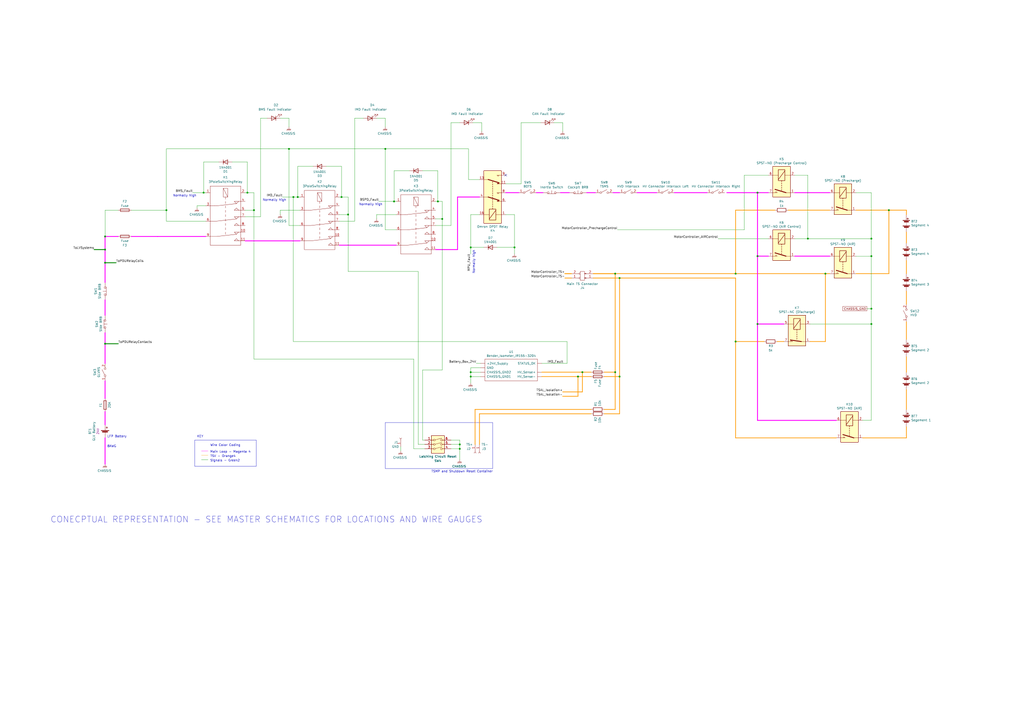
<source format=kicad_sch>
(kicad_sch (version 20230121) (generator eeschema)
  (paper "A2")
  (lib_symbols
    (symbol "Connector:Conn_01x01_Female" (pin_names (offset 1.016) hide)
      (property "Reference" "J" (at 0 2.54 0))
      (property "Value" "Conn_01x01_Female" (at 0 -2.54 0))
      (symbol "Conn_01x01_Female_1_1"
        (polyline (pts (xy -1.27 0) (xy -0.508 0)) (stroke (width 0.1524)))
        (arc (start 0 0.508) (mid -0.5058 0) (end 0 -0.508) (stroke (width 0.1524)))
        (pin passive line (at -5.08 0 0) (length 3.81) (name "Pin_1") (number "1"))
      )
    )
    (symbol "Device:Battery" (pin_numbers hide) (pin_names (offset 0) hide)
      (property "Reference" "BT" (at 2.54 2.54 0))
      (property "Value" "Battery" (at 2.54 0 0))
      (symbol "Battery_0_1"
        (rectangle (start -2.032 -1.397) (end 2.032 -1.651) (fill (type outline)))
        (rectangle (start -2.032 1.778) (end 2.032 1.524) (fill (type outline)))
        (rectangle (start -1.3208 -1.9812) (end 1.27 -2.4892) (fill (type outline)))
        (rectangle (start -1.3208 1.1938) (end 1.27 0.6858) (fill (type outline)))
        (polyline (pts (xy 0 -1.524) (xy 0 -1.27)))
        (polyline (pts (xy 0 -1.016) (xy 0 -0.762)))
        (polyline (pts (xy 0 -0.508) (xy 0 -0.254)))
        (polyline (pts (xy 0 0) (xy 0 0.254)))
        (polyline (pts (xy 0 0.508) (xy 0 0.762)))
        (polyline (pts (xy 0 1.778) (xy 0 2.54)))
        (polyline (pts (xy 0.254 2.667) (xy 1.27 2.667)) (stroke (width 0.254)))
        (polyline (pts (xy 0.762 3.175) (xy 0.762 2.159)) (stroke (width 0.254)))
      )
      (symbol "Battery_1_1"
        (pin passive line (at 0 5.08 270) (length 2.54) (name "+") (number "1"))
        (pin passive line (at 0 -5.08 90) (length 2.54) (name "-") (number "2"))
      )
    )
    (symbol "Device:Battery_Cell" (pin_numbers hide) (pin_names (offset 0) hide)
      (property "Reference" "BT" (at 2.54 2.54 0))
      (property "Value" "Battery_Cell" (at 2.54 0 0))
      (symbol "Battery_Cell_0_1"
        (rectangle (start -2.286 1.778) (end 2.286 1.524) (fill (type outline)))
        (rectangle (start -1.5748 1.1938) (end 1.4732 0.6858) (fill (type outline)))
        (polyline (pts (xy 0 0.762) (xy 0 0)))
        (polyline (pts (xy 0 1.778) (xy 0 2.54)))
        (polyline (pts (xy 0.508 3.429) (xy 1.524 3.429)) (stroke (width 0.254)))
        (polyline (pts (xy 1.016 3.937) (xy 1.016 2.921)) (stroke (width 0.254)))
      )
      (symbol "Battery_Cell_1_1"
        (pin passive line (at 0 5.08 270) (length 2.54) (name "+") (number "1"))
        (pin passive line (at 0 -2.54 90) (length 2.54) (name "-") (number "2"))
      )
    )
    (symbol "Device:Fuse" (pin_numbers hide) (pin_names (offset 0))
      (property "Reference" "F" (at 2.032 0 90))
      (property "Value" "Fuse" (at -1.905 0 90))
      (symbol "Fuse_0_1"
        (rectangle (start -0.762 -2.54) (end 0.762 2.54) (stroke (width 0.254)))
        (polyline (pts (xy 0 2.54) (xy 0 -2.54)))
      )
      (symbol "Fuse_1_1"
        (pin passive line (at 0 3.81 270) (length 1.27) (name "~") (number "1"))
        (pin passive line (at 0 -3.81 90) (length 1.27) (name "~") (number "2"))
      )
    )
    (symbol "Device:LED" (pin_numbers hide) (pin_names (offset 1.016) hide)
      (property "Reference" "D" (at 0 2.54 0))
      (property "Value" "LED" (at 0 -2.54 0))
      (symbol "LED_0_1"
        (polyline (pts (xy -1.27 -1.27) (xy -1.27 1.27)) (stroke (width 0.254)))
        (polyline (pts (xy -1.27 0) (xy 1.27 0)))
        (polyline (pts (xy 1.27 -1.27) (xy 1.27 1.27) (xy -1.27 0) (xy 1.27 -1.27)) (stroke (width 0.254)))
        (polyline (pts (xy -3.048 -0.762) (xy -4.572 -2.286) (xy -3.81 -2.286) (xy -4.572 -2.286) (xy -4.572 -1.524)))
        (polyline (pts (xy -1.778 -0.762) (xy -3.302 -2.286) (xy -2.54 -2.286) (xy -3.302 -2.286) (xy -3.302 -1.524)))
      )
      (symbol "LED_1_1"
        (pin passive line (at -3.81 0 0) (length 2.54) (name "K") (number "1"))
        (pin passive line (at 3.81 0 180) (length 2.54) (name "A") (number "2"))
      )
    )
    (symbol "Device:R" (pin_numbers hide) (pin_names (offset 0))
      (property "Reference" "R" (at 2.032 0 90))
      (property "Value" "R" (at 0 0 90))
      (symbol "R_0_1"
        (rectangle (start -1.016 -2.54) (end 1.016 2.54) (stroke (width 0.254)))
      )
      (symbol "R_1_1"
        (pin passive line (at 0 3.81 270) (length 1.27) (name "~") (number "1"))
        (pin passive line (at 0 -3.81 90) (length 1.27) (name "~") (number "2"))
      )
    )
    (symbol "Diode:1N4001" (pin_numbers hide) (pin_names (offset 1.016) hide)
      (property "Reference" "D" (at 0 2.54 0))
      (property "Value" "1N4001" (at 0 -2.54 0))
      (symbol "1N4001_0_1"
        (polyline (pts (xy -1.27 1.27) (xy -1.27 -1.27)) (stroke (width 0.254)))
        (polyline (pts (xy 1.27 0) (xy -1.27 0)))
        (polyline (pts (xy 1.27 1.27) (xy 1.27 -1.27) (xy -1.27 0) (xy 1.27 1.27)) (stroke (width 0.254)))
      )
      (symbol "1N4001_1_1"
        (pin passive line (at -3.81 0 0) (length 2.54) (name "K") (number "1"))
        (pin passive line (at 3.81 0 180) (length 2.54) (name "A") (number "2"))
      )
    )
    (symbol "NER:2-Pos_Generic" (pin_names (offset 1.016))
      (property "Reference" "J" (at 0 0 0))
      (property "Value" "2-Pos_Generic" (at 0 0 0))
      (symbol "2-Pos_Generic_0_1"
        (rectangle (start -1.27 -1.27) (end 1.27 -6.35))
      )
      (symbol "2-Pos_Generic_1_1"
        (arc (start -1.27 -4.572) (mid -1.7758 -5.08) (end -1.27 -5.588) (stroke (width 0.1524)))
        (arc (start -1.27 -2.032) (mid -1.7758 -2.54) (end -1.27 -3.048) (stroke (width 0.1524)))
        (polyline (pts (xy -2.54 -5.08) (xy -1.778 -5.08)) (stroke (width 0.1524)))
        (polyline (pts (xy -2.54 -2.54) (xy -1.778 -2.54)) (stroke (width 0.1524)))
        (polyline (pts (xy 2.54 -5.08) (xy 2.1336 -5.08)) (stroke (width 0.1524)))
        (polyline (pts (xy 2.54 -2.54) (xy 2.1336 -2.54)) (stroke (width 0.1524)))
        (rectangle (start 2.1336 -4.953) (end 1.27 -5.207) (stroke (width 0.1524)) (fill (type outline)))
        (rectangle (start 2.1336 -2.413) (end 1.27 -2.667) (stroke (width 0.1524)) (fill (type outline)))
        (pin passive line (at -6.35 -2.54 0) (length 3.81) (name "~") (number "1"))
        (pin passive line (at 6.35 -2.54 180) (length 3.81) (name "~") (number "1"))
        (pin passive line (at -6.35 -5.08 0) (length 3.81) (name "~") (number "2"))
        (pin passive line (at 6.35 -5.08 180) (length 3.81) (name "~") (number "2"))
      )
    )
    (symbol "NER:3PoleSwitchingRelay" (pin_names (offset 1.016))
      (property "Reference" "K" (at 0 0 0))
      (property "Value" "3PoleSwitchingRelay" (at 0 0 0))
      (symbol "3PoleSwitchingRelay_0_1"
        (rectangle (start -8.89 -1.27) (end 8.89 -35.56))
        (rectangle (start -1.27 -2.54) (end 1.27 -7.62))
        (polyline (pts (xy -8.89 -12.7) (xy -6.35 -12.7)))
        (polyline (pts (xy -6.35 -12.7) (xy -5.08 -12.7)))
        (polyline (pts (xy -5.08 -12.7) (xy 6.35 -11.43)))
        (polyline (pts (xy -1.27 -2.54) (xy 1.27 -7.62)))
        (polyline (pts (xy 0 -27.94) (xy 0 -29.21)))
        (polyline (pts (xy 0 -25.4) (xy 0 -26.67)))
        (polyline (pts (xy 0 -22.86) (xy 0 -24.13)))
        (polyline (pts (xy 0 -20.32) (xy 0 -21.59)))
        (polyline (pts (xy 0 -17.78) (xy 0 -19.05)))
        (polyline (pts (xy 0 -15.24) (xy 0 -16.51)))
        (polyline (pts (xy 0 -12.7) (xy 0 -13.97)))
        (polyline (pts (xy 0 -10.16) (xy 0 -11.43)))
        (polyline (pts (xy 0 -7.62) (xy 0 -8.89)))
        (polyline (pts (xy 6.35 -15.24) (xy 5.08 -15.24)))
        (polyline (pts (xy 6.35 -10.16) (xy 5.08 -10.16)))
        (polyline (pts (xy 8.89 -15.24) (xy 6.35 -15.24)))
        (polyline (pts (xy 8.89 -10.16) (xy 6.35 -10.16)))
        (polyline (pts (xy -8.89 -30.48) (xy -5.08 -30.48) (xy 6.35 -29.21)))
        (polyline (pts (xy -8.89 -21.59) (xy -5.08 -21.59) (xy 6.35 -20.32)))
        (polyline (pts (xy 5.08 -15.24) (xy 6.35 -13.97) (xy 7.62 -15.24)))
        (polyline (pts (xy 5.08 -10.16) (xy 6.35 -11.43) (xy 7.62 -10.16)))
        (polyline (pts (xy 8.89 -33.02) (xy 5.08 -33.02) (xy 6.35 -31.75) (xy 7.62 -33.02)))
        (polyline (pts (xy 8.89 -27.94) (xy 5.08 -27.94) (xy 6.35 -29.21) (xy 7.62 -27.94)))
        (polyline (pts (xy 8.89 -24.13) (xy 5.08 -24.13) (xy 6.35 -22.86) (xy 7.62 -24.13)))
        (polyline (pts (xy 8.89 -19.05) (xy 5.08 -19.05) (xy 6.35 -20.32) (xy 7.62 -19.05)))
      )
      (symbol "3PoleSwitchingRelay_1_1"
        (pin passive line (at -11.43 -5.08 0) (length 2.54) (name "~") (number "1"))
        (pin passive line (at 11.43 -27.94 180) (length 2.54) (name "~") (number "10"))
        (pin passive line (at 11.43 -33.02 180) (length 2.54) (name "~") (number "11"))
        (pin passive line (at 11.43 -5.08 180) (length 2.54) (name "~") (number "2"))
        (pin passive line (at -11.43 -12.7 0) (length 2.54) (name "~") (number "3"))
        (pin passive line (at 11.43 -10.16 180) (length 2.54) (name "~") (number "4"))
        (pin passive line (at 11.43 -15.24 180) (length 2.54) (name "~") (number "5"))
        (pin passive line (at -11.43 -21.59 0) (length 2.54) (name "~") (number "6"))
        (pin passive line (at 11.43 -19.05 180) (length 2.54) (name "~") (number "7"))
        (pin passive line (at 11.43 -24.13 180) (length 2.54) (name "~") (number "8"))
        (pin passive line (at -11.43 -30.48 0) (length 2.54) (name "~") (number "9"))
      )
    )
    (symbol "NER:Bender_Isometer_IR155-3204" (pin_names (offset 1.016))
      (property "Reference" "U1" (at 0 2.921 0))
      (property "Value" "Bender_Isometer_IR155-3204" (at 0 0.6096 0))
      (symbol "Bender_Isometer_IR155-3204_0_1"
        (rectangle (start 15.24 -13.97) (end -15.24 -1.27))
      )
      (symbol "Bender_Isometer_IR155-3204_1_1"
        (pin input line (at 17.78 -3.81 180) (length 2.54) (name "+24V_Supply") (number "~"))
        (pin input line (at 17.78 -11.43 180) (length 2.54) (name "CHASSIS_GND1") (number "~"))
        (pin input line (at 17.78 -8.89 180) (length 2.54) (name "CHASSIS_GND2") (number "~"))
        (pin input line (at 17.78 -6.35 180) (length 2.54) (name "GND") (number "~"))
        (pin input line (at -17.78 -8.89 0) (length 2.54) (name "HV_Sense+") (number "~"))
        (pin input line (at -17.78 -11.43 0) (length 2.54) (name "HV_Sense-") (number "~"))
        (pin output line (at -17.78 -3.81 0) (length 2.54) (name "STATUS_OK") (number "~"))
      )
    )
    (symbol "NER:CHASSIS"
      (property "Value" "CHASSIS" (at -0.254 -3.81 0))
      (symbol "CHASSIS_0_1"
        (polyline (pts (xy -1.016 -1.27) (xy -1.27 -2.032)) (stroke (width 0.1524)))
        (polyline (pts (xy -0.508 -1.27) (xy -0.762 -2.032)) (stroke (width 0.1524)))
        (polyline (pts (xy 0 -1.27) (xy -0.254 -2.032)) (stroke (width 0.1524)))
        (polyline (pts (xy 0.508 -1.27) (xy 0.254 -2.032)) (stroke (width 0.1524)))
        (polyline (pts (xy 0 0) (xy 0 -1.27) (xy -1.016 -1.27) (xy 1.016 -1.27) (xy 0.762 -2.032)) (stroke (width 0.1524)))
      )
      (symbol "CHASSIS_1_1"
        (pin input line (at 0 0 90) (length 2.54) hide (name "-") (number ""))
      )
    )
    (symbol "Relay:DIPxx-1Axx-11x"
      (property "Reference" "K" (at 8.89 3.81 0))
      (property "Value" "DIPxx-1Axx-11x" (at 8.89 1.27 0))
      (symbol "DIPxx-1Axx-11x_0_0"
        (polyline (pts (xy 5.08 5.08) (xy 5.08 2.54) (xy 4.445 3.175) (xy 5.08 3.81)))
      )
      (symbol "DIPxx-1Axx-11x_0_1"
        (rectangle (start -10.16 5.08) (end 7.62 -5.08) (stroke (width 0.254)) (fill (type background)))
        (rectangle (start -8.255 1.905) (end -1.905 -1.905) (stroke (width 0.254)))
        (polyline (pts (xy -7.62 -1.905) (xy -2.54 1.905)) (stroke (width 0.254)))
        (polyline (pts (xy -5.08 -5.08) (xy -5.08 -1.905)))
        (polyline (pts (xy -5.08 5.08) (xy -5.08 1.905)))
        (polyline (pts (xy -1.905 0) (xy -1.27 0)) (stroke (width 0.254)))
        (polyline (pts (xy -0.635 0) (xy 0 0)) (stroke (width 0.254)))
        (polyline (pts (xy 0.635 0) (xy 1.27 0)) (stroke (width 0.254)))
        (polyline (pts (xy 1.905 0) (xy 2.54 0)) (stroke (width 0.254)))
        (polyline (pts (xy 3.175 0) (xy 3.81 0)) (stroke (width 0.254)))
        (polyline (pts (xy 5.08 -2.54) (xy 3.175 3.81)) (stroke (width 0.508)))
        (polyline (pts (xy 5.08 -2.54) (xy 5.08 -5.08)))
      )
      (symbol "DIPxx-1Axx-11x_1_1"
        (pin passive line (at 5.08 -7.62 90) (length 2.54) (name "~") (number "1"))
        (pin passive line (at 5.08 -7.62 90) (length 2.54) hide (name "~") (number "14"))
        (pin passive line (at -5.08 -7.62 90) (length 2.54) (name "~") (number "2"))
        (pin passive line (at -5.08 7.62 270) (length 2.54) (name "~") (number "6"))
        (pin passive line (at 5.08 7.62 270) (length 2.54) (name "~") (number "7"))
        (pin passive line (at 5.08 7.62 270) (length 2.54) hide (name "~") (number "8"))
      )
    )
    (symbol "Relay:G5V-2"
      (property "Reference" "K" (at 16.51 3.81 0))
      (property "Value" "G5V-2" (at 16.51 1.27 0))
      (symbol "G5V-2_0_1"
        (rectangle (start -15.24 5.08) (end 15.24 -5.08) (stroke (width 0.254)) (fill (type background)))
        (rectangle (start -13.335 1.905) (end -6.985 -1.905) (stroke (width 0.254)))
        (polyline (pts (xy -12.7 -1.905) (xy -7.62 1.905)) (stroke (width 0.254)))
        (polyline (pts (xy -10.16 -5.08) (xy -10.16 -1.905)))
        (polyline (pts (xy -10.16 5.08) (xy -10.16 1.905)))
        (polyline (pts (xy -6.985 0) (xy -6.35 0)) (stroke (width 0.254)))
        (polyline (pts (xy -5.715 0) (xy -5.08 0)) (stroke (width 0.254)))
        (polyline (pts (xy -4.445 0) (xy -3.81 0)) (stroke (width 0.254)))
        (polyline (pts (xy -3.175 0) (xy -2.54 0)) (stroke (width 0.254)))
        (polyline (pts (xy -1.905 0) (xy -1.27 0)) (stroke (width 0.254)))
        (polyline (pts (xy -0.635 0) (xy 0 0)) (stroke (width 0.254)))
        (polyline (pts (xy 0 -2.54) (xy -1.905 3.81)) (stroke (width 0.508)))
        (polyline (pts (xy 0 -2.54) (xy 0 -5.08)))
        (polyline (pts (xy 0.635 0) (xy 1.27 0)) (stroke (width 0.254)))
        (polyline (pts (xy 1.905 0) (xy 2.54 0)) (stroke (width 0.254)))
        (polyline (pts (xy 3.175 0) (xy 3.81 0)) (stroke (width 0.254)))
        (polyline (pts (xy 4.445 0) (xy 5.08 0)) (stroke (width 0.254)))
        (polyline (pts (xy 5.715 0) (xy 6.35 0)) (stroke (width 0.254)))
        (polyline (pts (xy 6.985 0) (xy 7.62 0)) (stroke (width 0.254)))
        (polyline (pts (xy 8.255 0) (xy 8.89 0)) (stroke (width 0.254)))
        (polyline (pts (xy 10.16 -2.54) (xy 8.255 3.81)) (stroke (width 0.508)))
        (polyline (pts (xy 10.16 -2.54) (xy 10.16 -5.08)))
        (polyline (pts (xy -2.54 5.08) (xy -2.54 2.54) (xy -1.905 3.175) (xy -2.54 3.81)) (fill (type outline)))
        (polyline (pts (xy 2.54 5.08) (xy 2.54 2.54) (xy 1.905 3.175) (xy 2.54 3.81)))
        (polyline (pts (xy 7.62 5.08) (xy 7.62 2.54) (xy 8.255 3.175) (xy 7.62 3.81)) (fill (type outline)))
        (polyline (pts (xy 12.7 5.08) (xy 12.7 2.54) (xy 12.065 3.175) (xy 12.7 3.81)))
      )
      (symbol "G5V-2_1_1"
        (pin passive line (at -10.16 7.62 270) (length 2.54) (name "~") (number "1"))
        (pin passive line (at 7.62 7.62 270) (length 2.54) (name "~") (number "11"))
        (pin passive line (at 10.16 -7.62 90) (length 2.54) (name "~") (number "13"))
        (pin passive line (at -10.16 -7.62 90) (length 2.54) (name "~") (number "16"))
        (pin passive line (at 0 -7.62 90) (length 2.54) (name "~") (number "4"))
        (pin passive line (at -2.54 7.62 270) (length 2.54) (name "~") (number "6"))
        (pin passive line (at 2.54 7.62 270) (length 2.54) (name "~") (number "8"))
        (pin passive line (at 12.7 7.62 270) (length 2.54) (name "~") (number "9"))
      )
    )
    (symbol "Relay:MSxx-1Bxx-75"
      (property "Reference" "K" (at 8.89 3.81 0))
      (property "Value" "MSxx-1Bxx-75" (at 8.89 1.27 0))
      (symbol "MSxx-1Bxx-75_0_0"
        (polyline (pts (xy 5.08 5.08) (xy 5.08 2.54) (xy 4.445 3.175) (xy 5.08 3.81)))
      )
      (symbol "MSxx-1Bxx-75_0_1"
        (rectangle (start -10.16 5.08) (end 7.62 -5.08) (stroke (width 0.254)) (fill (type background)))
        (rectangle (start -8.255 1.905) (end -1.905 -1.905) (stroke (width 0.254)))
        (polyline (pts (xy -7.62 -1.905) (xy -2.54 1.905)) (stroke (width 0.254)))
        (polyline (pts (xy -5.08 -5.08) (xy -5.08 -1.905)))
        (polyline (pts (xy -5.08 5.08) (xy -5.08 1.905)))
        (polyline (pts (xy -1.905 0) (xy -1.27 0)) (stroke (width 0.254)))
        (polyline (pts (xy -0.635 0) (xy 0 0)) (stroke (width 0.254)))
        (polyline (pts (xy 0.635 0) (xy 1.27 0)) (stroke (width 0.254)))
        (polyline (pts (xy 1.905 0) (xy 2.54 0)) (stroke (width 0.254)))
        (polyline (pts (xy 3.175 0) (xy 3.81 0)) (stroke (width 0.254)))
        (polyline (pts (xy 5.08 -2.54) (xy 4.191 3.81)) (stroke (width 0.508)))
        (polyline (pts (xy 5.08 -2.54) (xy 5.08 -5.08)))
      )
      (symbol "MSxx-1Bxx-75_1_1"
        (pin passive line (at 5.08 -7.62 90) (length 2.54) (name "~") (number "1"))
        (pin passive line (at -5.08 -7.62 90) (length 2.54) (name "~") (number "3"))
        (pin passive line (at -5.08 7.62 270) (length 2.54) (name "~") (number "5"))
        (pin passive line (at 5.08 7.62 270) (length 2.54) (name "~") (number "7"))
      )
    )
    (symbol "Switch:SW_DIP_x03" (pin_names (offset 0) hide)
      (property "Reference" "SW" (at 0 8.89 0))
      (property "Value" "SW_DIP_x03" (at 0 -3.81 0))
      (symbol "SW_DIP_x03_0_0"
        (circle (center -2.032 0) (radius 0.508))
        (circle (center -2.032 2.54) (radius 0.508))
        (circle (center -2.032 5.08) (radius 0.508))
        (polyline (pts (xy -1.524 0.127) (xy 2.3622 1.1684)))
        (polyline (pts (xy -1.524 2.667) (xy 2.3622 3.7084)))
        (polyline (pts (xy -1.524 5.207) (xy 2.3622 6.2484)))
        (circle (center 2.032 0) (radius 0.508))
        (circle (center 2.032 2.54) (radius 0.508))
        (circle (center 2.032 5.08) (radius 0.508))
      )
      (symbol "SW_DIP_x03_0_1"
        (rectangle (start -3.81 7.62) (end 3.81 -2.54) (stroke (width 0.254)) (fill (type background)))
      )
      (symbol "SW_DIP_x03_1_1"
        (pin passive line (at -7.62 5.08 0) (length 5.08) (name "~") (number "1"))
        (pin passive line (at -7.62 2.54 0) (length 5.08) (name "~") (number "2"))
        (pin passive line (at -7.62 0 0) (length 5.08) (name "~") (number "3"))
        (pin passive line (at 7.62 0 180) (length 5.08) (name "~") (number "4"))
        (pin passive line (at 7.62 2.54 180) (length 5.08) (name "~") (number "5"))
        (pin passive line (at 7.62 5.08 180) (length 5.08) (name "~") (number "6"))
      )
    )
    (symbol "Switch:SW_Push_Open" (pin_numbers hide) (pin_names (offset 1.016) hide)
      (property "Reference" "SW" (at 0 2.54 0))
      (property "Value" "SW_Push_Open" (at 0 -1.905 0))
      (symbol "SW_Push_Open_0_1"
        (circle (center -2.032 0) (radius 0.508))
        (polyline (pts (xy -2.54 -0.635) (xy 2.54 -0.635)))
        (polyline (pts (xy 0 -0.635) (xy 0 1.27)))
        (circle (center 2.032 0) (radius 0.508))
        (pin passive line (at -5.08 0 0) (length 2.54) (name "A") (number "1"))
      )
      (symbol "SW_Push_Open_1_1"
        (pin passive line (at 5.08 0 180) (length 2.54) (name "B") (number "2"))
      )
    )
    (symbol "Switch:SW_SPST" (pin_names (offset 0) hide)
      (property "Reference" "SW" (at 0 3.175 0))
      (property "Value" "SW_SPST" (at 0 -2.54 0))
      (symbol "SW_SPST_0_0"
        (circle (center -2.032 0) (radius 0.508))
        (polyline (pts (xy -1.524 0.254) (xy 1.524 1.778)))
        (circle (center 2.032 0) (radius 0.508))
      )
      (symbol "SW_SPST_1_1"
        (pin passive line (at -5.08 0 0) (length 2.54) (name "A") (number "1"))
        (pin passive line (at 5.08 0 180) (length 2.54) (name "B") (number "2"))
      )
    )
  )
  (junction (at 356.87 215.9))
  (junction (at 143.51 111.76))
  (junction (at 198.12 114.3))
  (junction (at 223.52 86.36))
  (junction (at 273.05 215.9))
  (junction (at 439.42 111.76))
  (junction (at 147.32 121.92))
  (junction (at 60.96 152.4))
  (junction (at 60.96 199.39))
  (junction (at 254 116.84))
  (junction (at 96.52 121.92))
  (junction (at 201.93 124.46))
  (junction (at 60.96 137.16))
  (junction (at 266.7 260.35))
  (junction (at 228.6 116.84))
  (junction (at 478.79 158.75))
  (junction (at 60.96 144.78))
  (junction (at 505.46 148.59))
  (junction (at 170.18 114.3))
  (junction (at 256.54 127))
  (junction (at 356.87 158.75))
  (junction (at 359.41 218.44))
  (junction (at 505.46 179.07))
  (junction (at 273.05 218.44))
  (junction (at 273.05 143.51))
  (junction (at 468.63 138.43))
  (junction (at 439.42 187.96))
  (junction (at 335.28 218.44))
  (junction (at 515.62 121.92))
  (junction (at 359.41 161.29))
  (junction (at 118.11 111.76))
  (junction (at 266.7 257.81))
  (junction (at 505.46 187.96))
  (junction (at 505.46 138.43))
  (junction (at 439.42 148.59))
  (junction (at 167.64 86.36))
  (junction (at 426.72 198.12))
  (junction (at 426.72 158.75))
  (junction (at 337.82 215.9))
  (junction (at 298.45 143.51))
  (junction (at 172.72 114.3))
  (no_connect (at 293.37 101.6))
  (wire (pts (xy 505.46 138.43) (xy 505.46 111.76)))
  (wire (pts (xy 328.93 198.12) (xy 328.93 210.82)))
  (wire (pts (xy 439.42 148.59) (xy 439.42 111.76)) (stroke (width 0.5) (color 255 0 255 1)))
  (polyline (pts (xy 113.03 255.27) (xy 113.03 270.51)))
  (wire (pts (xy 201.93 157.48) (xy 201.93 124.46)))
  (wire (pts (xy 162.56 121.92) (xy 162.56 124.46)))
  (wire (pts (xy 326.39 229.87) (xy 335.28 229.87)) (stroke (width 0.4) (color 255 153 0 1)))
  (wire (pts (xy 252.73 144.78) (xy 265.43 144.78)) (stroke (width 0.5) (color 255 0 255 1)))
  (wire (pts (xy 218.44 68.58) (xy 223.52 68.58)))
  (wire (pts (xy 279.4 71.12) (xy 279.4 76.2)))
  (wire (pts (xy 454.66 187.96) (xy 439.42 187.96)) (stroke (width 0.5) (color 255 0 255 1)))
  (wire (pts (xy 198.12 114.3) (xy 201.93 114.3)))
  (wire (pts (xy 60.96 121.92) (xy 60.96 137.16)))
  (wire (pts (xy 219.71 116.84) (xy 228.6 116.84)))
  (wire (pts (xy 118.11 111.76) (xy 119.38 111.76)))
  (wire (pts (xy 293.37 124.46) (xy 298.45 124.46)))
  (wire (pts (xy 68.58 121.92) (xy 60.96 121.92)))
  (wire (pts (xy 525.78 207.01) (xy 525.78 215.9)) (stroke (width 0.4) (color 255 153 0 1)))
  (polyline (pts (xy 113.03 270.51) (xy 148.59 270.51)))
  (wire (pts (xy 505.46 187.96) (xy 505.46 179.07)))
  (wire (pts (xy 445.77 101.6) (xy 431.8 101.6)))
  (wire (pts (xy 154.94 68.58) (xy 151.13 68.58)))
  (wire (pts (xy 525.78 186.69) (xy 525.78 196.85)) (stroke (width 0.4) (color 255 153 0 1)))
  (wire (pts (xy 525.78 140.97) (xy 525.78 134.62)) (stroke (width 0.4) (color 255 153 0 1)))
  (polyline (pts (xy 148.59 270.51) (xy 148.59 255.27)))
  (wire (pts (xy 254 116.84) (xy 252.73 116.84)))
  (wire (pts (xy 273.05 218.44) (xy 273.05 222.25)))
  (wire (pts (xy 314.325 215.9) (xy 337.82 215.9)) (stroke (width 0.4) (color 255 153 0 1)))
  (wire (pts (xy 114.3 119.38) (xy 119.38 119.38)))
  (wire (pts (xy 391.16 111.76) (xy 410.21 111.76)) (stroke (width 0.5) (color 255 0 255 1)))
  (wire (pts (xy 468.63 101.6) (xy 468.63 138.43)))
  (wire (pts (xy 443.23 198.12) (xy 426.72 198.12)) (stroke (width 0.4) (color 255 153 0 1)))
  (wire (pts (xy 416.56 138.43) (xy 445.77 138.43)))
  (wire (pts (xy 205.74 68.58) (xy 210.82 68.58)))
  (wire (pts (xy 515.62 158.75) (xy 515.62 121.92)) (stroke (width 0.4) (color 255 153 0 1)))
  (wire (pts (xy 167.64 86.36) (xy 167.64 130.81)))
  (wire (pts (xy 265.43 114.3) (xy 278.13 114.3)) (stroke (width 0.5) (color 255 0 255 1)))
  (wire (pts (xy 337.82 227.33) (xy 337.82 215.9)) (stroke (width 0.4) (color 255 153 0 1)))
  (wire (pts (xy 355.6 111.76) (xy 359.41 111.76)) (stroke (width 0.5) (color 255 0 255 1)))
  (wire (pts (xy 201.93 124.46) (xy 196.85 124.46)))
  (wire (pts (xy 335.28 218.44) (xy 342.9 218.44)) (stroke (width 0.4) (color 255 153 0 1)))
  (wire (pts (xy 271.78 86.36) (xy 271.78 104.14)))
  (wire (pts (xy 276.225 210.82) (xy 278.765 210.82)))
  (wire (pts (xy 261.62 130.81) (xy 261.62 71.12)))
  (wire (pts (xy 439.42 111.76) (xy 445.77 111.76)) (stroke (width 0.5) (color 255 0 255 1)))
  (wire (pts (xy 273.05 143.51) (xy 273.05 147.32)))
  (wire (pts (xy 60.96 182.88) (xy 60.96 173.99)) (stroke (width 0.5) (color 255 0 255 1)))
  (wire (pts (xy 293.37 111.76) (xy 300.99 111.76)) (stroke (width 0.5) (color 255 0 255 1)))
  (wire (pts (xy 273.05 213.36) (xy 278.765 213.36)))
  (wire (pts (xy 344.17 158.75) (xy 356.87 158.75)) (stroke (width 0.5) (color 255 153 0 1)))
  (wire (pts (xy 469.9 198.12) (xy 478.79 198.12)) (stroke (width 0.4) (color 255 153 0 1)))
  (wire (pts (xy 461.01 148.59) (xy 481.33 148.59)) (stroke (width 0.5) (color 255 0 255 1)))
  (wire (pts (xy 500.38 254) (xy 525.78 254)) (stroke (width 0.4) (color 255 153 0 1)))
  (wire (pts (xy 96.52 128.27) (xy 119.38 128.27)))
  (wire (pts (xy 218.44 124.46) (xy 229.87 124.46)))
  (wire (pts (xy 478.79 158.75) (xy 481.33 158.75)) (stroke (width 0.4) (color 255 153 0 1)))
  (wire (pts (xy 335.28 229.87) (xy 335.28 218.44)) (stroke (width 0.4) (color 255 153 0 1)))
  (wire (pts (xy 167.64 130.81) (xy 173.99 130.81)))
  (wire (pts (xy 60.96 144.78) (xy 60.96 152.4)) (stroke (width 0.5) (color 255 0 255 1)))
  (wire (pts (xy 468.63 101.6) (xy 461.01 101.6)))
  (wire (pts (xy 314.325 218.44) (xy 335.28 218.44)) (stroke (width 0.4) (color 255 153 0 1)))
  (wire (pts (xy 485.14 243.84) (xy 439.42 243.84)) (stroke (width 0.5) (color 255 0 255 1)))
  (wire (pts (xy 266.7 260.35) (xy 266.7 266.7)))
  (wire (pts (xy 273.05 213.36) (xy 273.05 215.9)))
  (wire (pts (xy 321.31 71.12) (xy 326.39 71.12)))
  (wire (pts (xy 426.72 121.92) (xy 449.58 121.92)) (stroke (width 0.4) (color 255 153 0 1)))
  (wire (pts (xy 142.24 125.73) (xy 151.13 125.73)))
  (wire (pts (xy 439.42 148.59) (xy 445.77 148.59)) (stroke (width 0.5) (color 255 0 255 1)))
  (wire (pts (xy 478.79 198.12) (xy 478.79 158.75)) (stroke (width 0.4) (color 255 153 0 1)))
  (wire (pts (xy 143.51 111.76) (xy 147.32 111.76)))
  (wire (pts (xy 439.42 148.59) (xy 439.42 187.96)) (stroke (width 0.5) (color 255 0 255 1)))
  (wire (pts (xy 60.96 220.98) (xy 60.96 231.14)) (stroke (width 0.5) (color 255 0 255 1)))
  (wire (pts (xy 261.62 255.27) (xy 266.7 255.27)))
  (wire (pts (xy 96.52 86.36) (xy 167.64 86.36)))
  (wire (pts (xy 298.45 143.51) (xy 298.45 147.32)))
  (wire (pts (xy 293.37 106.68) (xy 302.26 106.68)))
  (wire (pts (xy 525.78 254) (xy 525.78 247.65)) (stroke (width 0.4) (color 255 153 0 1)))
  (wire (pts (xy 232.41 259.08) (xy 232.41 261.62)))
  (polyline (pts (xy 223.52 271.78) (xy 285.75 271.78)))
  (wire (pts (xy 60.96 152.4) (xy 67.31 152.4)) (stroke (width 0.5) (color 0 132 0 1)))
  (wire (pts (xy 326.39 71.12) (xy 326.39 76.2)))
  (wire (pts (xy 60.96 137.16) (xy 60.96 144.78)) (stroke (width 0.5) (color 255 0 255 1)))
  (wire (pts (xy 311.15 111.76) (xy 314.96 111.76)) (stroke (width 0.5) (color 255 0 255 1)))
  (wire (pts (xy 469.9 187.96) (xy 505.46 187.96)))
  (wire (pts (xy 76.2 137.16) (xy 91.44 137.16)) (stroke (width 0.5) (color 255 0 255 1)))
  (wire (pts (xy 340.36 111.76) (xy 345.44 111.76)) (stroke (width 0.5) (color 255 0 255 1)))
  (wire (pts (xy 142.24 111.76) (xy 143.51 111.76)))
  (wire (pts (xy 496.57 158.75) (xy 515.62 158.75)) (stroke (width 0.4) (color 255 153 0 1)))
  (wire (pts (xy 439.42 187.96) (xy 439.42 243.84)) (stroke (width 0.5) (color 255 0 255 1)))
  (wire (pts (xy 454.66 198.12) (xy 450.85 198.12)) (stroke (width 0.4) (color 255 153 0 1)))
  (wire (pts (xy 76.2 121.92) (xy 96.52 121.92)))
  (wire (pts (xy 60.96 254) (xy 60.96 269.24)) (stroke (width 0.5) (color 255 0 255 1)))
  (wire (pts (xy 96.52 121.92) (xy 96.52 128.27)))
  (wire (pts (xy 96.52 121.92) (xy 96.52 86.36)))
  (wire (pts (xy 172.72 114.3) (xy 173.99 114.3)))
  (wire (pts (xy 60.96 238.76) (xy 60.96 246.38)) (stroke (width 0.5) (color 255 0 255 1)))
  (wire (pts (xy 525.78 226.06) (xy 525.78 237.49)) (stroke (width 0.4) (color 255 153 0 1)))
  (wire (pts (xy 205.74 128.27) (xy 205.74 68.58)))
  (wire (pts (xy 167.64 68.58) (xy 167.64 73.66)))
  (wire (pts (xy 278.13 240.03) (xy 342.9 240.03)) (stroke (width 0.4) (color 255 153 0 1)))
  (wire (pts (xy 201.93 114.3) (xy 201.93 124.46)))
  (wire (pts (xy 359.41 161.29) (xy 426.72 161.29)) (stroke (width 0.4) (color 255 153 0 1)))
  (wire (pts (xy 218.44 124.46) (xy 218.44 127)))
  (wire (pts (xy 266.7 255.27) (xy 266.7 257.81)))
  (wire (pts (xy 172.72 114.3) (xy 172.72 96.52)))
  (wire (pts (xy 261.62 71.12) (xy 266.7 71.12)))
  (wire (pts (xy 60.96 137.16) (xy 68.58 137.16)) (stroke (width 0.5) (color 255 0 255 1)))
  (wire (pts (xy 468.63 138.43) (xy 505.46 138.43)))
  (wire (pts (xy 223.52 86.36) (xy 223.52 133.35)))
  (wire (pts (xy 359.41 218.44) (xy 359.41 240.03)) (stroke (width 0.4) (color 255 153 0 1)))
  (wire (pts (xy 229.87 116.84) (xy 228.6 116.84)))
  (wire (pts (xy 170.18 114.3) (xy 170.18 198.12)))
  (wire (pts (xy 245.11 99.06) (xy 254 99.06)))
  (wire (pts (xy 421.64 111.76) (xy 439.42 111.76)) (stroke (width 0.5) (color 255 0 255 1)))
  (wire (pts (xy 505.46 138.43) (xy 505.46 148.59)))
  (wire (pts (xy 116.84 261.62) (xy 120.65 261.62)) (stroke (width 0) (color 255 0 255 1)))
  (wire (pts (xy 273.05 143.51) (xy 280.67 143.51)))
  (wire (pts (xy 242.57 157.48) (xy 201.93 157.48)))
  (wire (pts (xy 198.12 96.52) (xy 198.12 114.3)))
  (wire (pts (xy 245.11 214.63) (xy 245.11 255.27)))
  (wire (pts (xy 60.96 144.78) (xy 54.61 144.78)) (stroke (width 0.5) (color 0 132 0 1)))
  (wire (pts (xy 525.78 168.91) (xy 525.78 176.53)) (stroke (width 0.4) (color 255 153 0 1)))
  (wire (pts (xy 496.57 148.59) (xy 505.46 148.59)))
  (wire (pts (xy 151.13 68.58) (xy 151.13 125.73)))
  (wire (pts (xy 426.72 161.29) (xy 426.72 198.12)) (stroke (width 0.4) (color 255 153 0 1)))
  (wire (pts (xy 245.11 255.27) (xy 246.38 255.27)))
  (wire (pts (xy 118.11 111.76) (xy 118.11 93.98)))
  (wire (pts (xy 256.54 127) (xy 256.54 214.63)))
  (wire (pts (xy 240.03 260.35) (xy 240.03 208.28)))
  (wire (pts (xy 256.54 127) (xy 252.73 127)))
  (wire (pts (xy 223.52 68.58) (xy 223.52 73.66)))
  (wire (pts (xy 337.82 215.9) (xy 342.9 215.9)) (stroke (width 0.4) (color 255 153 0 1)))
  (wire (pts (xy 350.52 240.03) (xy 359.41 240.03)) (stroke (width 0.4) (color 255 153 0 1)))
  (wire (pts (xy 116.84 264.16) (xy 120.65 264.16)) (stroke (width 0) (color 255 153 0 1)))
  (wire (pts (xy 359.41 161.29) (xy 359.41 218.44)) (stroke (width 0.4) (color 255 153 0 1)))
  (wire (pts (xy 196.85 128.27) (xy 205.74 128.27)))
  (wire (pts (xy 350.52 218.44) (xy 359.41 218.44)) (stroke (width 0.4) (color 255 153 0 1)))
  (wire (pts (xy 143.51 93.98) (xy 143.51 111.76)))
  (wire (pts (xy 147.32 111.76) (xy 147.32 121.92)))
  (wire (pts (xy 223.52 86.36) (xy 271.78 86.36)))
  (wire (pts (xy 273.05 124.46) (xy 273.05 143.51)))
  (wire (pts (xy 256.54 116.84) (xy 256.54 127)))
  (wire (pts (xy 254 116.84) (xy 256.54 116.84)))
  (wire (pts (xy 358.14 133.35) (xy 431.8 133.35)))
  (wire (pts (xy 328.93 210.82) (xy 314.325 210.82)))
  (polyline (pts (xy 223.52 245.11) (xy 223.52 271.78)))
  (wire (pts (xy 302.26 106.68) (xy 302.26 71.12)))
  (wire (pts (xy 240.03 208.28) (xy 147.32 208.28)))
  (wire (pts (xy 266.7 260.35) (xy 261.62 260.35)))
  (wire (pts (xy 500.38 243.84) (xy 505.46 243.84)))
  (wire (pts (xy 147.32 121.92) (xy 142.24 121.92)))
  (wire (pts (xy 356.87 215.9) (xy 356.87 237.49)) (stroke (width 0.4) (color 255 153 0 1)))
  (wire (pts (xy 481.33 111.76) (xy 461.01 111.76)) (stroke (width 0.5) (color 255 0 255 1)))
  (wire (pts (xy 242.57 257.81) (xy 246.38 257.81)))
  (wire (pts (xy 252.73 130.81) (xy 261.62 130.81)))
  (wire (pts (xy 275.59 237.49) (xy 342.9 237.49)) (stroke (width 0.4) (color 255 153 0 1)))
  (wire (pts (xy 525.78 121.92) (xy 515.62 121.92)) (stroke (width 0.4) (color 255 153 0 1)))
  (wire (pts (xy 163.83 114.3) (xy 170.18 114.3)))
  (wire (pts (xy 240.03 260.35) (xy 246.38 260.35)))
  (wire (pts (xy 266.7 257.81) (xy 266.7 260.35)))
  (wire (pts (xy 275.59 237.49) (xy 275.59 257.81)) (stroke (width 0.4) (color 255 153 0 1)))
  (wire (pts (xy 242.57 257.81) (xy 242.57 157.48)))
  (wire (pts (xy 170.18 114.3) (xy 172.72 114.3)))
  (wire (pts (xy 525.78 158.75) (xy 525.78 151.13)) (stroke (width 0.4) (color 255 153 0 1)))
  (wire (pts (xy 457.2 121.92) (xy 481.33 121.92)) (stroke (width 0.4) (color 255 153 0 1)))
  (wire (pts (xy 261.62 257.81) (xy 266.7 257.81)))
  (wire (pts (xy 350.52 237.49) (xy 356.87 237.49)) (stroke (width 0.4) (color 255 153 0 1)))
  (wire (pts (xy 288.29 143.51) (xy 298.45 143.51)))
  (wire (pts (xy 91.44 137.16) (xy 119.38 137.16)) (stroke (width 0.5) (color 255 0 255 1)))
  (wire (pts (xy 325.12 111.76) (xy 330.2 111.76)) (stroke (width 0.5) (color 255 0 255 1)))
  (wire (pts (xy 172.72 96.52) (xy 181.61 96.52)))
  (wire (pts (xy 196.85 114.3) (xy 198.12 114.3)))
  (wire (pts (xy 265.43 114.3) (xy 265.43 144.78)) (stroke (width 0.5) (color 255 0 255 1)))
  (wire (pts (xy 228.6 116.84) (xy 228.6 99.06)))
  (wire (pts (xy 142.24 139.7) (xy 173.99 139.7)) (stroke (width 0.5) (color 255 0 255 1)))
  (wire (pts (xy 273.05 215.9) (xy 273.05 218.44)))
  (wire (pts (xy 271.78 104.14) (xy 278.13 104.14)))
  (wire (pts (xy 60.96 199.39) (xy 60.96 210.82)) (stroke (width 0.5) (color 255 0 255 1)))
  (wire (pts (xy 256.54 214.63) (xy 245.11 214.63)))
  (wire (pts (xy 223.52 133.35) (xy 229.87 133.35)))
  (wire (pts (xy 431.8 101.6) (xy 431.8 133.35)))
  (wire (pts (xy 273.05 124.46) (xy 278.13 124.46)))
  (wire (pts (xy 196.85 142.24) (xy 229.87 142.24)) (stroke (width 0.5) (color 255 0 255 1)))
  (wire (pts (xy 118.11 93.98) (xy 127 93.98)))
  (wire (pts (xy 189.23 96.52) (xy 198.12 96.52)))
  (polyline (pts (xy 285.75 245.11) (xy 223.52 245.11)))
  (wire (pts (xy 496.57 111.76) (xy 505.46 111.76)))
  (wire (pts (xy 525.78 121.92) (xy 525.78 124.46)) (stroke (width 0.4) (color 255 153 0 1)))
  (wire (pts (xy 298.45 124.46) (xy 298.45 143.51)))
  (wire (pts (xy 274.32 71.12) (xy 279.4 71.12)))
  (polyline (pts (xy 285.75 271.78) (xy 285.75 245.11)))
  (wire (pts (xy 111.76 111.76) (xy 118.11 111.76)))
  (wire (pts (xy 505.46 148.59) (xy 505.46 179.07)))
  (wire (pts (xy 60.96 193.04) (xy 60.96 199.39)) (stroke (width 0.5) (color 255 0 255 1)))
  (wire (pts (xy 344.17 161.29) (xy 359.41 161.29)) (stroke (width 0.4) (color 255 153 0 1)))
  (wire (pts (xy 515.62 121.92) (xy 496.57 121.92)) (stroke (width 0.4) (color 255 153 0 1)))
  (wire (pts (xy 134.62 93.98) (xy 143.51 93.98)))
  (wire (pts (xy 302.26 71.12) (xy 313.69 71.12)))
  (wire (pts (xy 278.13 240.03) (xy 278.13 257.81)) (stroke (width 0.4) (color 255 153 0 1)))
  (wire (pts (xy 147.32 208.28) (xy 147.32 121.92)))
  (wire (pts (xy 505.46 179.07) (xy 502.92 179.07)))
  (wire (pts (xy 426.72 254) (xy 485.14 254)) (stroke (width 0.4) (color 255 153 0 1)))
  (wire (pts (xy 254 99.06) (xy 254 116.84)))
  (wire (pts (xy 426.72 121.92) (xy 426.72 158.75)) (stroke (width 0.4) (color 255 153 0 1)))
  (wire (pts (xy 327.66 161.29) (xy 331.47 161.29)) (stroke (width 0.4) (color 255 153 0 1)))
  (wire (pts (xy 116.84 266.7) (xy 120.65 266.7)) (stroke (width 0) (color 0 150 0 1)))
  (wire (pts (xy 228.6 99.06) (xy 237.49 99.06)))
  (wire (pts (xy 162.56 121.92) (xy 173.99 121.92)))
  (wire (pts (xy 273.05 215.9) (xy 278.765 215.9)))
  (polyline (pts (xy 148.59 255.27) (xy 113.03 255.27)))
  (wire (pts (xy 356.87 158.75) (xy 356.87 215.9)) (stroke (width 0.4) (color 255 153 0 1)))
  (wire (pts (xy 114.3 120.65) (xy 114.3 119.38)))
  (wire (pts (xy 60.96 199.39) (xy 68.58 199.39)) (stroke (width 0.5) (color 0 132 0 1)))
  (wire (pts (xy 426.72 198.12) (xy 426.72 254)) (stroke (width 0.4) (color 255 153 0 1)))
  (wire (pts (xy 326.39 227.33) (xy 337.82 227.33)) (stroke (width 0.4) (color 255 153 0 1)))
  (wire (pts (xy 162.56 68.58) (xy 167.64 68.58)))
  (wire (pts (xy 60.96 152.4) (xy 60.96 163.83)) (stroke (width 0.5) (color 255 0 255 1)))
  (wire (pts (xy 273.05 218.44) (xy 278.765 218.44)))
  (wire (pts (xy 167.64 86.36) (xy 223.52 86.36)))
  (wire (pts (xy 170.18 198.12) (xy 328.93 198.12)))
  (wire (pts (xy 369.57 111.76) (xy 381 111.76)) (stroke (width 0.5) (color 255 0 255 1)))
  (wire (pts (xy 461.01 138.43) (xy 468.63 138.43)))
  (wire (pts (xy 350.52 215.9) (xy 356.87 215.9)) (stroke (width 0.4) (color 255 153 0 1)))
  (wire (pts (xy 426.72 158.75) (xy 478.79 158.75)) (stroke (width 0.4) (color 255 153 0 1)))
  (wire (pts (xy 356.87 158.75) (xy 426.72 158.75)) (stroke (width 0.4) (color 255 153 0 1)))
  (wire (pts (xy 505.46 187.96) (xy 505.46 243.84)))
  (wire (pts (xy 327.66 158.75) (xy 331.47 158.75)) (stroke (width 0.5) (color 255 153 0 1)))
  (text "CONECPTUAL REPRESENTATION - SEE MASTER SCHEMATICS FOR LOCATIONS AND WIRE GAUGES" (at 29.21 303.53 0) (effects (font (size 3.5 3.5)) (justify left bottom)))
  (text "Normally high" (at 208.28 119.38 0) (effects (font (size 1.27 1.27)) (justify left bottom)))
  (text "LFP Battery\n" (at 62.23 254 0) (effects (font (size 1.27 1.27)) (justify left bottom)))
  (text "TSMP and Shutdown Reset Container" (at 250.19 274.32 0) (effects (font (size 1.27 1.27)) (justify left bottom)))
  (text "Normally high" (at 152.4 116.84 0) (effects (font (size 1.27 1.27)) (justify left bottom)))
  (text "Normally high" (at 100.33 114.3 0) (effects (font (size 1.27 1.27)) (justify left bottom)))
  (text "Wire Color Coding\n" (at 121.92 259.08 0) (effects (font (size 1.27 1.27)) (justify left bottom)))
  (text "KEY" (at 114.3 254 0) (effects (font (size 1.27 1.27)) (justify left bottom)))
  (text "Signals - Green2" (at 121.92 267.97 0) (effects (font (size 1.27 1.27)) (justify left bottom)))
  (text "Main Loop - Magenta 4\n" (at 121.92 262.89 0) (effects (font (size 1.27 1.27)) (justify left bottom)))
  (text "8AWG" (at 62.23 259.715 0) (effects (font (size 1.27 1.27)) (justify left bottom)))
  (text "TSV - Orange4\n" (at 121.92 265.43 0) (effects (font (size 1.27 1.27)) (justify left bottom)))
  (text "Normally high" (at 275.59 158.75 90) (effects (font (size 1.27 1.27)) (justify left bottom)))
  (label "ToPDURelayContacts" (at 68.58 199.39 0))
  (label "TSAL_Isolation+" (at 326.39 227.33 180))
  (label "IMD_Fault" (at 163.83 114.3 180))
  (label "BSPD_Fault" (at 219.71 116.84 180))
  (label "MPU_Fault" (at 273.05 147.32 270))
  (label "MotorController_TS-" (at 327.66 161.29 180))
  (label "ToLVSystems" (at 54.61 144.78 180))
  (label "TSAL_Isolation-" (at 326.39 229.87 180))
  (label "MotorController_TS+" (at 327.66 158.75 180))
  (label "MotorController_AIRControl" (at 416.56 138.43 180))
  (label "ToPDURelayCoils" (at 67.31 152.4 0))
  (label "Battery_Box_24V" (at 276.225 210.82 180))
  (label "BMS_Fault" (at 111.76 111.76 180))
  (label "MotorController_PrechargeControl" (at 358.14 133.35 180))
  (label "IMD_Fault" (at 317.5 210.82 0))
  (global_label "CHASSIS_GND" (shape passive) (at 502.92 179.07 180) (property "Intersheetrefs" "${INTERSHEET_REFS}" (effects hide)))
  (symbol (lib_id "NER:CHASSIS") (at 223.52 73.66 0) (unit 1)
    (property "Reference" "-6" (effects hide))
    (property "Value" "CHASSIS" (at 219.075 77.47 0) (effects (justify left)))
  )
  (symbol (lib_id "Device:LED") (at 317.5 71.12 180) (unit 1)
    (property "Reference" "D8" (at 317.5 63.5 0) (effects (justify right)))
    (property "Value" "CAN Fault Indicator" (at 308.61 66.04 0) (effects (justify right)))
  )
  (symbol (lib_id "Device:R") (at 346.71 240.03 90) (mirror x) (unit 1)
    (property "Reference" "R2" (at 345.5416 241.808 0) (effects (justify left)))
    (property "Value" "10k" (at 347.853 241.808 0) (effects (justify left)))
  )
  (symbol (lib_id "NER:2-Pos_Generic") (at 337.82 163.83 0) (mirror x) (unit 1)
    (property "Reference" "J4" (at 337.82 167.005 0))
    (property "Value" "Main TS Connector" (at 337.82 164.6936 0))
  )
  (symbol (lib_id "NER:CHASSIS") (at 326.39 76.2 0) (unit 1)
    (property "Reference" "-12" (effects hide))
    (property "Value" "CHASSIS" (at 321.945 80.01 0) (effects (justify left)))
  )
  (symbol (lib_id "Device:Battery_Cell") (at 60.96 251.46 0) (unit 1)
    (property "Reference" "BT1" (at 52.197 250.19 90))
    (property "Value" "GLV Battery" (at 54.5084 250.19 90))
    (property "Voltage" "24V" (at 56.8198 250.19 90))
  )
  (symbol (lib_id "Switch:SW_Push_Open") (at 60.96 187.96 270) (unit 1)
    (property "Reference" "SW2" (at 56.134 187.96 0))
    (property "Value" "Side BRB" (at 58.4454 187.96 0))
  )
  (symbol (lib_id "Diode:1N4001") (at 130.81 93.98 0) (mirror x) (unit 1)
    (property "Reference" "D1" (at 130.81 99.4664 0))
    (property "Value" "1N4001" (at 130.81 97.155 0))
    (property "Footprint" "Diode_THT:D_DO-41_SOD81_P10.16mm_Horizontal" (effects hide))
    (property "Datasheet" "http://www.vishay.com/docs/88503/1n4001.pdf" (effects hide))
  )
  (symbol (lib_id "Relay:MSxx-1Bxx-75") (at 462.28 193.04 90) (mirror x) (unit 1)
    (property "Reference" "K7" (at 462.28 178.6382 90))
    (property "Value" "SPST-NC (Discharge)" (at 462.28 180.9496 90))
    (property "Footprint" "Relay_THT:Relay_SPST_StandexMeder_MS_Form1AB" (effects hide))
    (property "Datasheet" "https://standexelectronics.com/de/produkte/ms-reed-relais/" (effects hide))
  )
  (symbol (lib_id "Device:LED") (at 158.75 68.58 180) (unit 1)
    (property "Reference" "D2" (at 158.75 60.96 0) (effects (justify right)))
    (property "Value" "BMS Fault Indicator" (at 149.86 63.5 0) (effects (justify right)))
  )
  (symbol (lib_id "Switch:SW_SPST") (at 60.96 215.9 90) (unit 1)
    (property "Reference" "SW3" (at 54.991 215.9 0))
    (property "Value" "GLVMS" (at 57.3024 215.9 0))
  )
  (symbol (lib_id "Device:Fuse") (at 346.71 218.44 270) (mirror x) (unit 1)
    (property "Reference" "F5" (at 345.5416 219.9386 0) (effects (justify right)))
    (property "Value" "Fuse" (at 347.853 219.9386 0) (effects (justify right)))
  )
  (symbol (lib_id "Switch:SW_SPST") (at 415.29 111.76 0) (unit 1)
    (property "Reference" "SW11" (at 415.29 105.791 0))
    (property "Value" "HV Connector Interlock Right" (at 415.29 108.1024 0))
  )
  (symbol (lib_id "NER:CHASSIS") (at 114.3 120.65 0) (unit 1)
    (property "Reference" "-2" (effects hide))
    (property "Value" "CHASSIS" (at 109.855 124.46 0) (effects (justify left)))
  )
  (symbol (lib_id "Device:Battery") (at 525.78 201.93 0) (unit 1)
    (property "Reference" "BT5" (at 528.5232 200.7616 0) (effects (justify left)))
    (property "Value" "Segment 2" (at 528.5232 203.073 0) (effects (justify left)))
  )
  (symbol (lib_id "NER:CHASSIS") (at 218.44 127 0) (unit 1)
    (property "Reference" "-5" (effects hide))
    (property "Value" "CHASSIS" (at 213.995 130.81 0) (effects (justify left)))
  )
  (symbol (lib_id "NER:CHASSIS") (at 279.4 76.2 0) (unit 1)
    (property "Reference" "-10" (effects hide))
    (property "Value" "CHASSIS" (at 274.955 80.01 0) (effects (justify left)))
  )
  (symbol (lib_id "Connector:Conn_01x01_Female") (at 278.13 262.89 90) (mirror x) (unit 1)
    (property "Reference" "J3" (at 281.94 260.35 90) (effects (justify left)))
    (property "Value" "TS-" (at 283.21 257.81 90) (effects (justify left)))
  )
  (symbol (lib_id "NER:CHASSIS") (at 298.45 147.32 0) (unit 1)
    (property "Reference" "-11" (effects hide))
    (property "Value" "CHASSIS" (at 294.005 151.13 0) (effects (justify left)))
  )
  (symbol (lib_id "NER:CHASSIS") (at 232.41 261.62 0) (unit 1)
    (property "Reference" "-7" (effects hide))
    (property "Value" "CHASSIS" (at 227.965 265.43 0) (effects (justify left)))
  )
  (symbol (lib_id "Switch:SW_SPST") (at 306.07 111.76 0) (unit 1)
    (property "Reference" "SW5" (at 306.07 105.791 0))
    (property "Value" "BOTS" (at 306.07 108.1024 0))
  )
  (symbol (lib_id "Device:LED") (at 270.51 71.12 180) (unit 1)
    (property "Reference" "D6" (at 270.51 63.5 0) (effects (justify right)))
    (property "Value" "IMD Fault Indicator" (at 261.62 66.04 0) (effects (justify right)))
  )
  (symbol (lib_id "Relay:G5V-2") (at 285.75 114.3 270) (mirror x) (unit 1)
    (property "Reference" "K4" (at 285.75 133.7818 90))
    (property "Value" "Omron DPDT Relay" (at 285.75 131.4704 90))
    (property "Footprint" "Relay_THT:Relay_DPDT_Omron_G5V-2" (effects hide))
    (property "Datasheet" "http://omronfs.omron.com/en_US/ecb/products/pdf/en-g5v_2.pdf" (effects hide))
  )
  (symbol (lib_id "Switch:SW_SPST") (at 364.49 111.76 0) (unit 1)
    (property "Reference" "SW9" (at 364.49 105.791 0))
    (property "Value" "HVD Interlock" (at 364.49 108.1024 0))
  )
  (symbol (lib_id "NER:CHASSIS") (at 162.56 124.46 0) (unit 1)
    (property "Reference" "-3" (effects hide))
    (property "Value" "CHASSIS" (at 158.115 128.27 0) (effects (justify left)))
  )
  (symbol (lib_id "Device:Battery") (at 525.78 163.83 0) (unit 1)
    (property "Reference" "BT4" (at 528.5232 162.6616 0) (effects (justify left)))
    (property "Value" "Segment 3" (at 528.5232 164.973 0) (effects (justify left)))
  )
  (symbol (lib_id "Device:Battery") (at 525.78 146.05 0) (unit 1)
    (property "Reference" "BT3" (at 528.5232 144.8816 0) (effects (justify left)))
    (property "Value" "Segment 4" (at 528.5232 147.193 0) (effects (justify left)))
  )
  (symbol (lib_id "Device:Fuse") (at 72.39 121.92 90) (unit 1)
    (property "Reference" "F2" (at 72.39 116.84 90))
    (property "Value" "Fuse" (at 72.39 119.38 90))
  )
  (symbol (lib_id "NER:CHASSIS") (at 266.7 266.7 0) (unit 1)
    (property "Reference" "-8" (effects hide))
    (property "Value" "CHASSIS" (at 262.255 270.51 0) (effects (justify left)))
  )
  (symbol (lib_id "Relay:DIPxx-1Axx-11x") (at 488.95 116.84 90) (mirror x) (unit 1)
    (property "Reference" "K8" (at 488.95 102.4382 90))
    (property "Value" "SPST-NO (Precharge)" (at 488.95 104.7496 90))
    (property "Footprint" "Relay_THT:Relay_StandexMeder_DIP_LowProfile" (effects hide))
    (property "Datasheet" "https://standexelectronics.com/wp-content/uploads/datasheet_reed_relay_DIP.pdf" (effects hide))
  )
  (symbol (lib_id "Connector:Conn_01x01_Female") (at 275.59 262.89 90) (mirror x) (unit 1)
    (property "Reference" "J2" (at 273.05 260.35 90) (effects (justify left)))
    (property "Value" "TS+" (at 274.32 257.81 90) (effects (justify left)))
  )
  (symbol (lib_id "Switch:SW_SPST") (at 525.78 181.61 90) (unit 1)
    (property "Reference" "SW12" (at 528.0152 180.4416 90) (effects (justify right)))
    (property "Value" "HVD" (at 528.0152 182.753 90) (effects (justify right)))
  )
  (symbol (lib_id "Switch:SW_Push_Open") (at 60.96 168.91 90) (unit 1)
    (property "Reference" "SW1" (at 55.499 168.91 0))
    (property "Value" "Side BRB" (at 57.8104 168.91 0))
  )
  (symbol (lib_id "Device:Battery") (at 525.78 129.54 0) (unit 1)
    (property "Reference" "BT2" (at 528.5232 128.3716 0) (effects (justify left)))
    (property "Value" "Segment 4" (at 528.5232 130.683 0) (effects (justify left)))
  )
  (symbol (lib_id "Device:R") (at 447.04 198.12 270) (mirror x) (unit 1)
    (property "Reference" "R3" (at 445.77 200.66 90) (effects (justify left)))
    (property "Value" "5k" (at 445.77 203.2 90) (effects (justify left)))
  )
  (symbol (lib_id "Switch:SW_Push_Open") (at 320.04 111.76 0) (unit 1)
    (property "Reference" "SW6" (at 320.04 106.299 0))
    (property "Value" "Inertia Switch" (at 320.04 108.6104 0))
  )
  (symbol (lib_id "Device:R") (at 346.71 237.49 90) (unit 1)
    (property "Reference" "R1" (at 345.5416 235.712 0) (effects (justify left)))
    (property "Value" "10k" (at 347.853 235.712 0) (effects (justify left)))
  )
  (symbol (lib_id "Switch:SW_SPST") (at 386.08 111.76 0) (unit 1)
    (property "Reference" "SW10" (at 386.08 105.791 0))
    (property "Value" "HV Connector Interlock Left" (at 386.08 108.1024 0))
  )
  (symbol (lib_id "NER:Bender_Isometer_IR155-3204") (at 296.545 207.01 0) (mirror y) (unit 1)
    (property "Reference" "U1" (at 296.545 204.089 0))
    (property "Value" "Bender_Isometer_IR155-3204" (at 296.545 206.4004 0))
  )
  (symbol (lib_id "Diode:1N4001") (at 284.48 143.51 0) (unit 1)
    (property "Reference" "D7" (at 284.48 138.0236 0))
    (property "Value" "1N4001" (at 284.48 140.335 0))
    (property "Footprint" "Diode_THT:D_DO-41_SOD81_P10.16mm_Horizontal" (effects hide))
    (property "Datasheet" "http://www.vishay.com/docs/88503/1n4001.pdf" (effects hide))
  )
  (symbol (lib_id "Device:R") (at 453.39 121.92 90) (mirror x) (unit 1)
    (property "Reference" "R4" (at 454.66 116.84 90) (effects (justify left)))
    (property "Value" "1k" (at 454.66 119.38 90) (effects (justify left)))
  )
  (symbol (lib_id "Switch:SW_DIP_x03") (at 254 260.35 0) (unit 1)
    (property "Reference" "SW4" (at 254 267.335 0))
    (property "Value" "Latching Circuit Reset" (at 254 264.795 0))
  )
  (symbol (lib_id "Relay:DIPxx-1Axx-11x") (at 492.76 248.92 90) (mirror x) (unit 1)
    (property "Reference" "K10" (at 492.76 234.5182 90))
    (property "Value" "SPST-NO (AIR)" (at 492.76 236.8296 90))
    (property "Footprint" "Relay_THT:Relay_StandexMeder_DIP_LowProfile" (effects hide))
    (property "Datasheet" "https://standexelectronics.com/wp-content/uploads/datasheet_reed_relay_DIP.pdf" (effects hide))
  )
  (symbol (lib_id "Connector:Conn_01x01_Female") (at 232.41 254 270) (mirror x) (unit 1)
    (property "Reference" "J1" (at 228.6 256.54 90) (effects (justify left)))
    (property "Value" "GND" (at 227.33 259.08 90) (effects (justify left)))
  )
  (symbol (lib_id "NER:CHASSIS") (at 167.64 73.66 0) (unit 1)
    (property "Reference" "-4" (effects hide))
    (property "Value" "CHASSIS" (at 163.195 77.47 0) (effects (justify left)))
  )
  (symbol (lib_id "NER:3PoleSwitchingRelay") (at 241.3 111.76 0) (unit 1)
    (property "Reference" "K3" (at 241.3 107.95 0))
    (property "Value" "3PoleSwitchingRelay" (at 241.3 110.49 0))
  )
  (symbol (lib_id "Relay:DIPxx-1Axx-11x") (at 453.39 143.51 90) (mirror x) (unit 1)
    (property "Reference" "K6" (at 453.39 129.1082 90))
    (property "Value" "SPST-NO (AIR Control)" (at 453.39 131.4196 90))
    (property "Footprint" "Relay_THT:Relay_StandexMeder_DIP_LowProfile" (effects hide))
    (property "Datasheet" "https://standexelectronics.com/wp-content/uploads/datasheet_reed_relay_DIP.pdf" (effects hide))
  )
  (symbol (lib_id "Diode:1N4001") (at 241.3 99.06 0) (mirror x) (unit 1)
    (property "Reference" "D5" (at 241.3 104.5464 0))
    (property "Value" "1N4001" (at 241.3 102.235 0))
    (property "Footprint" "Diode_THT:D_DO-41_SOD81_P10.16mm_Horizontal" (effects hide))
    (property "Datasheet" "http://www.vishay.com/docs/88503/1n4001.pdf" (effects hide))
  )
  (symbol (lib_id "Switch:SW_SPST") (at 350.52 111.76 0) (unit 1)
    (property "Reference" "SW8" (at 350.52 105.791 0))
    (property "Value" "TSMS" (at 350.52 108.1024 0))
  )
  (symbol (lib_id "NER:3PoleSwitchingRelay") (at 185.42 109.22 0) (unit 1)
    (property "Reference" "K2" (at 185.42 105.41 0))
    (property "Value" "3PoleSwitchingRelay" (at 185.42 107.95 0))
  )
  (symbol (lib_id "Device:Fuse") (at 346.71 215.9 90) (mirror x) (unit 1)
    (property "Reference" "F4" (at 347.8784 214.4014 0) (effects (justify right)))
    (property "Value" "Fuse" (at 345.567 214.4014 0) (effects (justify right)))
  )
  (symbol (lib_id "NER:CHASSIS") (at 273.05 222.25 0) (unit 1)
    (property "Reference" "-9" (effects hide))
    (property "Value" "CHASSIS" (at 268.605 226.06 0) (effects (justify left)))
  )
  (symbol (lib_id "Relay:DIPxx-1Axx-11x") (at 488.95 153.67 90) (mirror x) (unit 1)
    (property "Reference" "K9" (at 488.95 139.2682 90))
    (property "Value" "SPST-NO (AIR)" (at 488.95 141.5796 90))
    (property "Footprint" "Relay_THT:Relay_StandexMeder_DIP_LowProfile" (effects hide))
    (property "Datasheet" "https://standexelectronics.com/wp-content/uploads/datasheet_reed_relay_DIP.pdf" (effects hide))
  )
  (symbol (lib_id "Device:Fuse") (at 72.39 137.16 90) (unit 1)
    (property "Reference" "F3" (at 72.39 142.24 90))
    (property "Value" "Fuse" (at 72.39 139.7 90))
  )
  (symbol (lib_id "Diode:1N4001") (at 185.42 96.52 0) (mirror x) (unit 1)
    (property "Reference" "D3" (at 185.42 102.0064 0))
    (property "Value" "1N4001" (at 185.42 99.695 0))
    (property "Footprint" "Diode_THT:D_DO-41_SOD81_P10.16mm_Horizontal" (effects hide))
    (property "Datasheet" "http://www.vishay.com/docs/88503/1n4001.pdf" (effects hide))
  )
  (symbol (lib_id "Device:Battery") (at 525.78 220.98 0) (unit 1)
    (property "Reference" "BT6" (at 528.5232 219.8116 0) (effects (justify left)))
    (property "Value" "Segment 2" (at 528.5232 222.123 0) (effects (justify left)))
  )
  (symbol (lib_id "NER:CHASSIS") (at 60.96 269.24 0) (unit 1)
    (property "Reference" "-1" (effects hide))
    (property "Value" "CHASSIS" (at 56.515 273.05 0) (effects (justify left)))
  )
  (symbol (lib_id "NER:3PoleSwitchingRelay") (at 130.81 106.68 0) (unit 1)
    (property "Reference" "K1" (at 130.81 102.87 0))
    (property "Value" "3PoleSwitchingRelay" (at 130.81 105.41 0))
  )
  (symbol (lib_id "Relay:DIPxx-1Axx-11x") (at 453.39 106.68 90) (mirror x) (unit 1)
    (property "Reference" "K5" (at 453.39 92.2782 90))
    (property "Value" "SPST-NO (Precharge Control)" (at 453.39 94.5896 90))
    (property "Footprint" "Relay_THT:Relay_StandexMeder_DIP_LowProfile" (effects hide))
    (property "Datasheet" "https://standexelectronics.com/wp-content/uploads/datasheet_reed_relay_DIP.pdf" (effects hide))
  )
  (symbol (lib_id "Device:Battery") (at 525.78 242.57 0) (unit 1)
    (property "Reference" "BT7" (at 528.5232 241.4016 0) (effects (justify left)))
    (property "Value" "Segement 1 " (at 528.5232 243.713 0) (effects (justify left)))
  )
  (symbol (lib_id "Switch:SW_Push_Open") (at 335.28 111.76 0) (unit 1)
    (property "Reference" "SW7" (at 335.28 106.299 0))
    (property "Value" "Cockpit BRB" (at 335.28 108.6104 0))
  )
  (symbol (lib_id "Device:LED") (at 214.63 68.58 180) (unit 1)
    (property "Reference" "D4" (at 214.63 60.96 0) (effects (justify right)))
    (property "Value" "IMD Fault Indicator" (at 205.74 63.5 0) (effects (justify right)))
  )
  (symbol (lib_id "Device:Fuse") (at 60.96 234.95 0) (mirror y) (unit 1)
    (property "Reference" "F1" (at 58.42 234.95 90))
    (property "Value" "20A" (at 63.5 234.95 90))
  )
)
</source>
